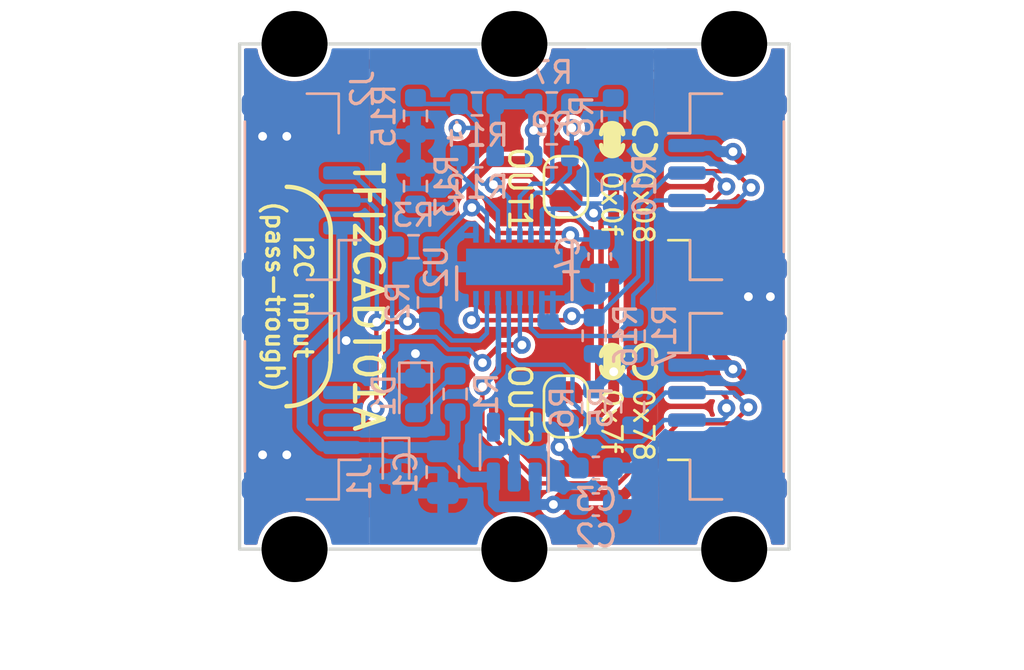
<source format=kicad_pcb>
(kicad_pcb (version 20221232) (generator pcbnew)
  (title_block (title "NAME") (date "%d. %m. %Y") (rev "REV") (company "Mlab www.mlab.cz") (comment 1 "VERSION") (comment 2 "Short description\\nTwo lines are maximum") (comment 3 "nickname <email@example.com>"))
  (layers (0 "F.Cu" jumper) (31 "B.Cu" signal) (36 "B.SilkS" user "B.Silkscreen") (37 "F.SilkS" user "F.Silkscreen") (38 "B.Mask" user) (39 "F.Mask" user) (44 "Edge.Cuts" user))
  (net 0 "")
  (net 1 "GND")
  (net 2 "+3V3")
  (net 3 "+5V")
  (net 4 "/SDAin")
  (net 5 "/SCLin")
  (net 6 "Net-(D1-A)")
  (net 7 "/SCLout1")
  (net 8 "/SDAout1")
  (net 9 "/SCLout2")
  (net 10 "/SDAout2")
  (net 11 "/XORL1")
  (net 12 "/XORL2")
  (net 13 "/XORH1")
  (net 14 "/XORH2")
  (footprint "Mlab_Mechanical:dira_3mm" (layer "F.Cu") (at 2.5 0)
    (fp_text reference "M3" hide)
    (fp_text value "HOLE" hide)
    (pad "" np_thru_hole circle locked (at 0 0) (size 3 3) (drill 3) (layers *.Mask))
  )
  (footprint "Mlab_Mechanical:dira_3mm" (layer "F.Cu") (at 2.5 -23)
    (fp_text reference "M4" hide)
    (fp_text value "HOLE" hide)
    (pad "" np_thru_hole circle locked (at 0 0) (size 3 3) (drill 3) (layers *.Mask))
  )
  (footprint "Mlab_Mechanical:dira_3mm" (layer "F.Cu") (at 22.5 -23)
    (fp_text reference "M5" hide)
    (fp_text value "HOLE" hide)
    (pad "" np_thru_hole circle locked (at 0 0) (size 3 3) (drill 3) (layers *.Mask))
  )
  (footprint "Jumper:SolderJumper-2_P1.3mm_Open_RoundedPad1.0x1.5mm" (layer "F.Cu") (at 14.846 -6.494 -90)
    (fp_text reference "JP1" hide)
    (fp_text value "SolderJumper_2_Open")
    (pad "1" smd custom (at -0.65 0 270) (size 1 0.5) (layers "F.Cu" "F.Mask") (net 11 "/XORL1") (options (clearance outline) (anchor rect)) (primitives (gr_circle (center 0 0.25) (end 0.5 0.25) (width 0) (fill yes)) (gr_circle (center 0 -0.25) (end 0.5 -0.25) (width 0) (fill yes)) (gr_poly (pts (xy 0.5 0.75) (xy 0 0.75) (xy 0 -0.75) (xy 0.5 -0.75)) (width 0) (fill yes))))
    (pad "2" smd custom (at 0.65 0 270) (size 1 0.5) (layers "F.Cu" "F.Mask") (net 2 "+3V3") (options (clearance outline) (anchor rect)) (primitives (gr_circle (center 0 0.25) (end 0.5 0.25) (width 0) (fill yes)) (gr_circle (center 0 -0.25) (end 0.5 -0.25) (width 0) (fill yes)) (gr_poly (pts (xy 0 0.75) (xy -0.5 0.75) (xy -0.5 -0.75) (xy 0 -0.75)) (width 0) (fill yes))))
  )
  (footprint "Jumper:SolderJumper-2_P1.3mm_Open_RoundedPad1.0x1.5mm" (layer "F.Cu") (at 14.846 -16.494 90)
    (fp_text reference "JP2" hide)
    (fp_text value "SolderJumper_2_Open")
    (pad "1" smd custom (at -0.65 0 90) (size 1 0.5) (layers "F.Cu" "F.Mask") (net 12 "/XORL2") (options (clearance outline) (anchor rect)) (primitives (gr_circle (center 0 0.25) (end 0.5 0.25) (width 0) (fill yes)) (gr_circle (center 0 -0.25) (end 0.5 -0.25) (width 0) (fill yes)) (gr_poly (pts (xy 0.5 0.75) (xy 0 0.75) (xy 0 -0.75) (xy 0.5 -0.75)) (width 0) (fill yes))))
    (pad "2" smd custom (at 0.65 0 90) (size 1 0.5) (layers "F.Cu" "F.Mask") (net 2 "+3V3") (options (clearance outline) (anchor rect)) (primitives (gr_circle (center 0 0.25) (end 0.5 0.25) (width 0) (fill yes)) (gr_circle (center 0 -0.25) (end 0.5 -0.25) (width 0) (fill yes)) (gr_poly (pts (xy 0 0.75) (xy -0.5 0.75) (xy -0.5 -0.75) (xy 0 -0.75)) (width 0) (fill yes))))
  )
  (footprint "Mlab_Mechanical:dira_3mm" (layer "F.Cu") (at 12.5 -23)
    (fp_text reference "M2" hide)
    (fp_text value "HOLE" hide)
    (pad "" np_thru_hole circle locked (at 0 0) (size 3 3) (drill 3) (layers *.Mask))
  )
  (footprint "Mlab_Mechanical:dira_3mm" (layer "F.Cu") (at 22.5 0)
    (fp_text reference "M6" hide)
    (fp_text value "HOLE" hide)
    (pad "" np_thru_hole circle locked (at 0 0) (size 3 3) (drill 3) (layers *.Mask))
  )
  (footprint "Connector_JST:JST_GH_SM04B-GHS-TB_1x04-1MP_P1.25mm_Horizontal" (layer "F.Cu") (at 22.2 -16.5 90)
    (fp_text reference "J6" hide)
    (fp_text value "SM04B-GHS-TB")
    (pad "1" smd roundrect (at -1.875 -1.85 90) (size 0.6 1.7) (layers "F.Cu" "F.Paste" "F.Mask") (net 3 "+5V"))
    (pad "2" smd roundrect (at -0.625 -1.85 90) (size 0.6 1.7) (layers "F.Cu" "F.Paste" "F.Mask") (net 9 "/SCLout2"))
    (pad "3" smd roundrect (at 0.625 -1.85 90) (size 0.6 1.7) (layers "F.Cu" "F.Paste" "F.Mask") (net 10 "/SDAout2"))
    (pad "4" smd roundrect (at 1.875 -1.85 90) (size 0.6 1.7) (layers "F.Cu" "F.Paste" "F.Mask") (net 1 "GND"))
    (pad "MP" smd roundrect (at -3.725 1.35 90) (size 1 2.7) (layers "F.Cu" "F.Paste" "F.Mask") (net 1 "GND"))
    (pad "MP" smd roundrect (at 3.725 1.35 90) (size 1 2.7) (layers "F.Cu" "F.Paste" "F.Mask") (net 1 "GND"))
  )
  (footprint "Mlab_Mechanical:dira_3mm" (layer "F.Cu") (at 12.5 0)
    (fp_text reference "M1" hide)
    (fp_text value "HOLE" hide)
    (pad "" np_thru_hole circle locked (at 0 0) (size 3 3) (drill 3) (layers *.Mask))
  )
  (footprint "Connector_JST:JST_GH_SM04B-GHS-TB_1x04-1MP_P1.25mm_Horizontal" (layer "F.Cu") (at 22.2 -6.5 90)
    (fp_text reference "J4" hide)
    (fp_text value "SM04B-GHS-TB" hide)
    (pad "1" smd roundrect locked (at -1.875 -1.85 90) (size 0.6 1.7) (layers "F.Cu" "F.Paste" "F.Mask") (net 3 "+5V"))
    (pad "2" smd roundrect locked (at -0.625 -1.85 90) (size 0.6 1.7) (layers "F.Cu" "F.Paste" "F.Mask") (net 7 "/SCLout1"))
    (pad "3" smd roundrect locked (at 0.625 -1.85 90) (size 0.6 1.7) (layers "F.Cu" "F.Paste" "F.Mask") (net 8 "/SDAout1"))
    (pad "4" smd roundrect locked (at 1.875 -1.85 90) (size 0.6 1.7) (layers "F.Cu" "F.Paste" "F.Mask") (net 1 "GND"))
    (pad "MP" smd roundrect locked (at -3.725 1.35 90) (size 1 2.7) (layers "F.Cu" "F.Paste" "F.Mask") (net 1 "GND"))
    (pad "MP" smd roundrect locked (at 3.725 1.35 90) (size 1 2.7) (layers "F.Cu" "F.Paste" "F.Mask") (net 1 "GND"))
  )
  (footprint "Resistor_SMD:R_0603_1608Metric" (layer "B.Cu") (at 14.2 -20.2692 180)
    (fp_text reference "R7" (at 0 1.43) (layer "B.SilkS") (effects (justify mirror)))
    (fp_text value "-")
    (pad "1" smd roundrect (at -0.825 0 180) (size 0.8 0.95) (layers "B.Cu" "B.Paste" "B.Mask") (net 13 "/XORH1"))
    (pad "2" smd roundrect (at 0.825 0 180) (size 0.8 0.95) (layers "B.Cu" "B.Paste" "B.Mask") (net 2 "+3V3"))
  )
  (footprint "LED_SMD:LED_0603_1608Metric" (layer "B.Cu") (at 8 -7 -90)
    (fp_text reference "D1" (at 0 1.43 90) (layer "B.SilkS") (effects (justify mirror)))
    (fp_text value "LED GREEN")
    (pad "1" smd roundrect (at -0.7875 0 270) (size 0.875 0.95) (layers "B.Cu" "B.Paste" "B.Mask") (net 1 "GND"))
    (pad "2" smd roundrect (at 0.7875 0 270) (size 0.875 0.95) (layers "B.Cu" "B.Paste" "B.Mask") (net 6 "Net-(D1-A)"))
  )
  (footprint "Capacitor_SMD:C_0603_1608Metric" (layer "B.Cu") (at 16.2052 -2.032)
    (fp_text reference "C2" (at 0 1.43) (layer "B.SilkS") (effects (justify mirror)))
    (fp_text value "100nF")
    (pad "1" smd roundrect (at -0.775 0) (size 0.9 0.95) (layers "B.Cu" "B.Paste" "B.Mask") (net 3 "+5V"))
    (pad "2" smd roundrect (at 0.775 0) (size 0.9 0.95) (layers "B.Cu" "B.Paste" "B.Mask") (net 1 "GND"))
  )
  (footprint "Diode_SMD:D_SOD-523" (layer "B.Cu") (at 7.112 -3.9116 -90)
    (fp_text reference "D2" hide)
    (fp_text value "BZX585-B5V6.115" hide)
    (pad "1" smd rect locked (at -0.7 0 90) (size 0.6 0.7) (layers "B.Cu" "B.Paste" "B.Mask") (net 3 "+5V"))
    (pad "2" smd rect locked (at 0.7 0 90) (size 0.6 0.7) (layers "B.Cu" "B.Paste" "B.Mask") (net 1 "GND"))
  )
  (footprint "Resistor_SMD:R_0603_1608Metric" (layer "B.Cu") (at 17.8816 -6.4638 -90)
    (fp_text reference "R5" (at 0 1.43 90) (layer "B.SilkS") (effects (justify mirror)))
    (fp_text value "10k")
    (pad "1" smd roundrect (at -0.825 0 270) (size 0.8 0.95) (layers "B.Cu" "B.Paste" "B.Mask") (net 2 "+3V3"))
    (pad "2" smd roundrect (at 0.825 0 270) (size 0.8 0.95) (layers "B.Cu" "B.Paste" "B.Mask") (net 7 "/SCLout1"))
  )
  (footprint "Resistor_SMD:R_0603_1608Metric" (layer "B.Cu") (at 16.129 -9.715 90)
    (fp_text reference "R16" (at 0 1.43 90) (layer "B.SilkS") (effects (justify mirror)))
    (fp_text value "10k")
    (pad "1" smd roundrect (at -0.825 0 90) (size 0.8 0.95) (layers "B.Cu" "B.Paste" "B.Mask") (net 2 "+3V3"))
    (pad "2" smd roundrect (at 0.825 0 90) (size 0.8 0.95) (layers "B.Cu" "B.Paste" "B.Mask") (net 9 "/SCLout2"))
  )
  (footprint "Capacitor_SMD:C_0603_1608Metric" (layer "B.Cu") (at 16.2052 -3.694)
    (fp_text reference "C3" (at 0 1.43) (layer "B.SilkS") (effects (justify mirror)))
    (fp_text value "1uF")
    (pad "1" smd roundrect (at -0.775 0) (size 0.9 0.95) (layers "B.Cu" "B.Paste" "B.Mask") (net 2 "+3V3"))
    (pad "2" smd roundrect (at 0.775 0) (size 0.9 0.95) (layers "B.Cu" "B.Paste" "B.Mask") (net 1 "GND"))
  )
  (footprint "Resistor_SMD:R_0603_1608Metric" (layer "B.Cu") (at 8 -19.7226 -90)
    (fp_text reference "R15" (at 0 1.43 90) (layer "B.SilkS") (effects (justify mirror)))
    (fp_text value "1M")
    (pad "1" smd roundrect (at -0.825 0 270) (size 0.8 0.95) (layers "B.Cu" "B.Paste" "B.Mask") (net 12 "/XORL2"))
    (pad "2" smd roundrect (at 0.825 0 270) (size 0.8 0.95) (layers "B.Cu" "B.Paste" "B.Mask") (net 1 "GND"))
  )
  (footprint "Resistor_SMD:R_0603_1608Metric" (layer "B.Cu") (at 10.8 -17.907)
    (fp_text reference "R12" (at 0 1.43) (layer "B.SilkS") (effects (justify mirror)))
    (fp_text value "1M")
    (pad "1" smd roundrect (at -0.825 0) (size 0.8 0.95) (layers "B.Cu" "B.Paste" "B.Mask") (net 14 "/XORH2"))
    (pad "2" smd roundrect (at 0.825 0) (size 0.8 0.95) (layers "B.Cu" "B.Paste" "B.Mask") (net 2 "+3V3"))
  )
  (footprint "Connector_JST:JST_GH_SM04B-GHS-TB_1x04-1MP_P1.25mm_Horizontal" (layer "B.Cu") (at 22.2 -16.5 -90)
    (fp_text reference "J5" hide)
    (fp_text value "SM04B-GHS-TB")
    (pad "1" smd roundrect (at -1.875 1.85 270) (size 0.6 1.7) (layers "B.Cu" "B.Paste" "B.Mask") (net 3 "+5V"))
    (pad "2" smd roundrect (at -0.625 1.85 270) (size 0.6 1.7) (layers "B.Cu" "B.Paste" "B.Mask") (net 9 "/SCLout2"))
    (pad "3" smd roundrect (at 0.625 1.85 270) (size 0.6 1.7) (layers "B.Cu" "B.Paste" "B.Mask") (net 10 "/SDAout2"))
    (pad "4" smd roundrect (at 1.875 1.85 270) (size 0.6 1.7) (layers "B.Cu" "B.Paste" "B.Mask") (net 1 "GND"))
    (pad "MP" smd roundrect (at -3.725 -1.35 270) (size 1 2.7) (layers "B.Cu" "B.Paste" "B.Mask") (net 1 "GND"))
    (pad "MP" smd roundrect (at 3.725 -1.35 270) (size 1 2.7) (layers "B.Cu" "B.Paste" "B.Mask") (net 1 "GND"))
  )
  (footprint "Resistor_SMD:R_0603_1608Metric" (layer "B.Cu") (at 17 -19.7104 -90)
    (fp_text reference "R8" (at 0 1.43 90) (layer "B.SilkS") (effects (justify mirror)))
    (fp_text value "180R")
    (pad "1" smd roundrect (at -0.825 0 270) (size 0.8 0.95) (layers "B.Cu" "B.Paste" "B.Mask") (net 13 "/XORH1"))
    (pad "2" smd roundrect (at 0.825 0 270) (size 0.8 0.95) (layers "B.Cu" "B.Paste" "B.Mask") (net 1 "GND"))
  )
  (footprint "Connector_JST:JST_GH_SM04B-GHS-TB_1x04-1MP_P1.25mm_Horizontal" (layer "B.Cu") (at 2.8 -6.5 90)
    (fp_text reference "J1" (at -3.436 2.661 90) (layer "B.SilkS") (effects (justify mirror)))
    (fp_text value "SM04B-GHS-TB" hide)
    (pad "1" smd roundrect locked (at -1.875 1.85 90) (size 0.6 1.7) (layers "B.Cu" "B.Paste" "B.Mask") (net 3 "+5V"))
    (pad "2" smd roundrect locked (at -0.625 1.85 90) (size 0.6 1.7) (layers "B.Cu" "B.Paste" "B.Mask") (net 5 "/SCLin"))
    (pad "3" smd roundrect locked (at 0.625 1.85 90) (size 0.6 1.7) (layers "B.Cu" "B.Paste" "B.Mask") (net 4 "/SDAin"))
    (pad "4" smd roundrect locked (at 1.875 1.85 90) (size 0.6 1.7) (layers "B.Cu" "B.Paste" "B.Mask") (net 1 "GND"))
    (pad "MP" smd roundrect locked (at -3.725 -1.35 90) (size 1 2.7) (layers "B.Cu" "B.Paste" "B.Mask") (net 1 "GND"))
    (pad "MP" smd roundrect locked (at 3.725 -1.35 90) (size 1 2.7) (layers "B.Cu" "B.Paste" "B.Mask") (net 1 "GND"))
  )
  (footprint "Resistor_SMD:R_0603_1608Metric" (layer "B.Cu") (at 10.8 -20.2692)
    (fp_text reference "R14" (at 0 1.43) (layer "B.SilkS") (effects (justify mirror)))
    (fp_text value "887k")
    (pad "1" smd roundrect (at -0.825 0) (size 0.8 0.95) (layers "B.Cu" "B.Paste" "B.Mask") (net 12 "/XORL2"))
    (pad "2" smd roundrect (at 0.825 0) (size 0.8 0.95) (layers "B.Cu" "B.Paste" "B.Mask") (net 2 "+3V3"))
  )
  (footprint "Package_TO_SOT_SMD:SOT-23-5" (layer "B.Cu") (at 12.4968 -4.4196 90)
    (fp_text reference "U1" hide)
    (fp_text value "MIC5504-3.3YM5" hide)
    (pad "1" smd roundrect locked (at -1.1375 0.95 90) (size 1.325 0.6) (layers "B.Cu" "B.Paste" "B.Mask") (net 3 "+5V"))
    (pad "2" smd roundrect locked (at -1.1375 0 90) (size 1.325 0.6) (layers "B.Cu" "B.Paste" "B.Mask") (net 1 "GND"))
    (pad "3" smd roundrect locked (at -1.1375 -0.95 90) (size 1.325 0.6) (layers "B.Cu" "B.Paste" "B.Mask") (net 3 "+5V"))
    (pad "4" smd roundrect locked (at 1.1375 -0.95 90) (size 1.325 0.6) (layers "B.Cu" "B.Paste" "B.Mask"))
    (pad "5" smd roundrect locked (at 1.1375 0.95 90) (size 1.325 0.6) (layers "B.Cu" "B.Paste" "B.Mask") (net 2 "+3V3"))
  )
  (footprint "Resistor_SMD:R_0603_1608Metric" (layer "B.Cu") (at 8 -16.5222 90)
    (fp_text reference "R13" (at 0 1.43 90) (layer "B.SilkS") (effects (justify mirror)))
    (fp_text value "887k")
    (pad "1" smd roundrect (at -0.825 0 90) (size 0.8 0.95) (layers "B.Cu" "B.Paste" "B.Mask") (net 14 "/XORH2"))
    (pad "2" smd roundrect (at 0.825 0 90) (size 0.8 0.95) (layers "B.Cu" "B.Paste" "B.Mask") (net 1 "GND"))
  )
  (footprint "Resistor_SMD:R_0603_1608Metric" (layer "B.Cu") (at 9.8044 -7.0612 90)
    (fp_text reference "R1" (at 0 1.43 90) (layer "B.SilkS") (effects (justify mirror)))
    (fp_text value "180R")
    (pad "1" smd roundrect (at -0.825 0 90) (size 0.8 0.95) (layers "B.Cu" "B.Paste" "B.Mask") (net 3 "+5V"))
    (pad "2" smd roundrect (at 0.825 0 90) (size 0.8 0.95) (layers "B.Cu" "B.Paste" "B.Mask") (net 6 "Net-(D1-A)"))
  )
  (footprint "Resistor_SMD:R_0603_1608Metric" (layer "B.Cu") (at 16.1036 -6.4394 -90)
    (fp_text reference "R6" (at 0 1.43 90) (layer "B.SilkS") (effects (justify mirror)))
    (fp_text value "10k")
    (pad "1" smd roundrect (at -0.825 0 270) (size 0.8 0.95) (layers "B.Cu" "B.Paste" "B.Mask") (net 2 "+3V3"))
    (pad "2" smd roundrect (at 0.825 0 270) (size 0.8 0.95) (layers "B.Cu" "B.Paste" "B.Mask") (net 8 "/SDAout1"))
  )
  (footprint "Resistor_SMD:R_0603_1608Metric" (layer "B.Cu") (at 8.636 -11.2268 -90)
    (fp_text reference "R2" (at 0 1.43 90) (layer "B.SilkS") (effects (justify mirror)))
    (fp_text value "10k")
    (pad "1" smd roundrect (at -0.825 0 270) (size 0.8 0.95) (layers "B.Cu" "B.Paste" "B.Mask") (net 2 "+3V3"))
    (pad "2" smd roundrect (at 0.825 0 270) (size 0.8 0.95) (layers "B.Cu" "B.Paste" "B.Mask") (net 5 "/SCLin"))
  )
  (footprint "Resistor_SMD:R_0603_1608Metric" (layer "B.Cu") (at 14.2 -17.907 180)
    (fp_text reference "R9" (at 0 1.43) (layer "B.SilkS") (effects (justify mirror)))
    (fp_text value "887k")
    (pad "1" smd roundrect (at -0.825 0 180) (size 0.8 0.95) (layers "B.Cu" "B.Paste" "B.Mask") (net 11 "/XORL1"))
    (pad "2" smd roundrect (at 0.825 0 180) (size 0.8 0.95) (layers "B.Cu" "B.Paste" "B.Mask") (net 2 "+3V3"))
  )
  (footprint "Resistor_SMD:R_0603_1608Metric" (layer "B.Cu") (at 7.9126 -13.7668 180)
    (fp_text reference "R3" (at 0 1.43) (layer "B.SilkS") (effects (justify mirror)))
    (fp_text value "10k")
    (pad "1" smd roundrect (at -0.825 0 180) (size 0.8 0.95) (layers "B.Cu" "B.Paste" "B.Mask") (net 2 "+3V3"))
    (pad "2" smd roundrect (at 0.825 0 180) (size 0.8 0.95) (layers "B.Cu" "B.Paste" "B.Mask") (net 4 "/SDAin"))
  )
  (footprint "Resistor_SMD:R_0603_1608Metric" (layer "B.Cu") (at 17.907 -9.715 90)
    (fp_text reference "R17" (at 0 1.43 90) (layer "B.SilkS") (effects (justify mirror)))
    (fp_text value "10k")
    (pad "1" smd roundrect (at -0.825 0 90) (size 0.8 0.95) (layers "B.Cu" "B.Paste" "B.Mask") (net 2 "+3V3"))
    (pad "2" smd roundrect (at 0.825 0 90) (size 0.8 0.95) (layers "B.Cu" "B.Paste" "B.Mask") (net 10 "/SDAout2"))
  )
  (footprint "Connector_JST:JST_GH_SM04B-GHS-TB_1x04-1MP_P1.25mm_Horizontal" (layer "B.Cu") (at 22.2 -6.5 -90)
    (fp_text reference "J3" hide)
    (fp_text value "SM04B-GHS-TB" hide)
    (pad "1" smd roundrect locked (at -1.875 1.85 270) (size 0.6 1.7) (layers "B.Cu" "B.Paste" "B.Mask") (net 3 "+5V"))
    (pad "2" smd roundrect locked (at -0.625 1.85 270) (size 0.6 1.7) (layers "B.Cu" "B.Paste" "B.Mask") (net 7 "/SCLout1"))
    (pad "3" smd roundrect locked (at 0.625 1.85 270) (size 0.6 1.7) (layers "B.Cu" "B.Paste" "B.Mask") (net 8 "/SDAout1"))
    (pad "4" smd roundrect locked (at 1.875 1.85 270) (size 0.6 1.7) (layers "B.Cu" "B.Paste" "B.Mask") (net 1 "GND"))
    (pad "MP" smd roundrect locked (at -3.725 -1.35 270) (size 1 2.7) (layers "B.Cu" "B.Paste" "B.Mask") (net 1 "GND"))
    (pad "MP" smd roundrect locked (at 3.725 -1.35 270) (size 1 2.7) (layers "B.Cu" "B.Paste" "B.Mask") (net 1 "GND"))
  )
  (footprint "Connector_JST:JST_GH_SM04B-GHS-TB_1x04-1MP_P1.25mm_Horizontal" (layer "B.Cu") (at 2.8 -16.5 90)
    (fp_text reference "J2" (at 4.452 2.788 90) (layer "B.SilkS") (effects (justify mirror)))
    (fp_text value "SM04B-GHS-TB" hide)
    (pad "1" smd roundrect locked (at -1.875 1.85 90) (size 0.6 1.7) (layers "B.Cu" "B.Paste" "B.Mask") (net 3 "+5V"))
    (pad "2" smd roundrect locked (at -0.625 1.85 90) (size 0.6 1.7) (layers "B.Cu" "B.Paste" "B.Mask") (net 5 "/SCLin"))
    (pad "3" smd roundrect locked (at 0.625 1.85 90) (size 0.6 1.7) (layers "B.Cu" "B.Paste" "B.Mask") (net 4 "/SDAin"))
    (pad "4" smd roundrect locked (at 1.875 1.85 90) (size 0.6 1.7) (layers "B.Cu" "B.Paste" "B.Mask") (net 1 "GND"))
    (pad "MP" smd roundrect locked (at -3.725 -1.35 90) (size 1 2.7) (layers "B.Cu" "B.Paste" "B.Mask") (net 1 "GND"))
    (pad "MP" smd roundrect locked (at 3.725 -1.35 90) (size 1 2.7) (layers "B.Cu" "B.Paste" "B.Mask") (net 1 "GND"))
  )
  (footprint "Package_DFN_QFN:DFN-16-1EP_3x5mm_P0.5mm_EP1.66x4.4mm" (layer "B.Cu") (at 12.5 -12.8524 -90)
    (fp_text reference "U2" (at 0 3.55 90) (layer "B.SilkS") (effects (justify mirror)))
    (fp_text value "LTC4317")
    (pad "1" smd rect (at -1.425 1.75 270) (size 0.65 0.25) (layers "B.Cu" "B.Paste" "B.Mask") (net 1 "GND"))
    (pad "2" smd rect (at -1.425 1.25 270) (size 0.65 0.25) (layers "B.Cu" "B.Paste" "B.Mask") (net 2 "+3V3"))
    (pad "3" smd rect (at -1.425 0.75 270) (size 0.65 0.25) (layers "B.Cu" "B.Paste" "B.Mask") (net 14 "/XORH2"))
    (pad "4" smd rect (at -1.425 0.25 270) (size 0.65 0.25) (layers "B.Cu" "B.Paste" "B.Mask") (net 12 "/XORL2"))
    (pad "5" smd rect (at -1.425 -0.25 270) (size 0.65 0.25) (layers "B.Cu" "B.Paste" "B.Mask") (net 13 "/XORH1"))
    (pad "6" smd rect (at -1.425 -0.75 270) (size 0.65 0.25) (layers "B.Cu" "B.Paste" "B.Mask") (net 11 "/XORL1"))
    (pad "7" smd rect (at -1.425 -1.25 270) (size 0.65 0.25) (layers "B.Cu" "B.Paste" "B.Mask") (net 2 "+3V3"))
    (pad "8" smd rect (at -1.425 -1.75 270) (size 0.65 0.25) (layers "B.Cu" "B.Paste" "B.Mask") (net 2 "+3V3"))
    (pad "9" smd rect (at 1.425 -1.75 270) (size 0.65 0.25) (layers "B.Cu" "B.Paste" "B.Mask") (net 1 "GND"))
    (pad "10" smd rect (at 1.425 -1.25 270) (size 0.65 0.25) (layers "B.Cu" "B.Paste" "B.Mask") (net 1 "GND"))
    (pad "11" smd rect (at 1.425 -0.75 270) (size 0.65 0.25) (layers "B.Cu" "B.Paste" "B.Mask") (net 10 "/SDAout2"))
    (pad "12" smd rect (at 1.425 -0.25 270) (size 0.65 0.25) (layers "B.Cu" "B.Paste" "B.Mask") (net 4 "/SDAin"))
    (pad "13" smd rect (at 1.425 0.25 270) (size 0.65 0.25) (layers "B.Cu" "B.Paste" "B.Mask") (net 8 "/SDAout1"))
    (pad "14" smd rect (at 1.425 0.75 270) (size 0.65 0.25) (layers "B.Cu" "B.Paste" "B.Mask") (net 7 "/SCLout1"))
    (pad "15" smd rect (at 1.425 1.25 270) (size 0.65 0.25) (layers "B.Cu" "B.Paste" "B.Mask") (net 5 "/SCLin"))
    (pad "16" smd rect (at 1.425 1.75 270) (size 0.65 0.25) (layers "B.Cu" "B.Paste" "B.Mask") (net 9 "/SCLout2"))
    (pad "17" smd rect (at 0 0 270) (size 1.66 4.4) (layers "B.Cu" "B.Mask") (net 1 "GND"))
  )
  (footprint "Capacitor_SMD:C_0805_2012Metric" (layer "B.Cu") (at 9.2456 -3.5052 -90)
    (fp_text reference "C1" (at 0 1.68 90) (layer "B.SilkS") (effects (justify mirror)))
    (fp_text value "10uF")
    (pad "1" smd roundrect (at -0.95 0 270) (size 1 1.45) (layers "B.Cu" "B.Paste" "B.Mask") (net 3 "+5V"))
    (pad "2" smd roundrect (at 0.95 0 270) (size 1 1.45) (layers "B.Cu" "B.Paste" "B.Mask") (net 1 "GND"))
  )
  (footprint "Resistor_SMD:R_0603_1608Metric" (layer "B.Cu") (at 17 -16.5608 90)
    (fp_text reference "R10" (at 0 1.43 90) (layer "B.SilkS") (effects (justify mirror)))
    (fp_text value "1M")
    (pad "1" smd roundrect (at -0.825 0 90) (size 0.8 0.95) (layers "B.Cu" "B.Paste" "B.Mask") (net 11 "/XORL1"))
    (pad "2" smd roundrect (at 0.825 0 90) (size 0.8 0.95) (layers "B.Cu" "B.Paste" "B.Mask") (net 1 "GND"))
  )
  (footprint "Capacitor_SMD:C_0603_1608Metric" (layer "B.Cu") (at 16.383 -13.322 -90)
    (fp_text reference "C4" (at 0 1.43 90) (layer "B.SilkS") (effects (justify mirror)))
    (fp_text value "100nF")
    (pad "1" smd roundrect (at -0.775 0 270) (size 0.9 0.95) (layers "B.Cu" "B.Paste" "B.Mask") (net 2 "+3V3"))
    (pad "2" smd roundrect (at 0.775 0 270) (size 0.9 0.95) (layers "B.Cu" "B.Paste" "B.Mask") (net 1 "GND"))
  )
  (gr_rect (start 16.646 -9.194) (end 17.246 -7.894) (stroke (width 0.2)) (fill solid) (layer "F.SilkS"))
  (gr_arc (start 17.446 -18.394) (mid 16.946 -17.894) (end 16.446 -18.394) (stroke (width 0.2)) (layer "F.SilkS"))
  (gr_arc (start 2.146001 -16.494) (mid 3.560215 -15.908214) (end 4.146001 -14.494) (stroke (width 0.2)) (layer "F.SilkS"))
  (gr_arc (start 17.946 -18.894) (mid 18.446 -19.394) (end 18.946 -18.894) (stroke (width 0.2)) (layer "F.SilkS"))
  (gr_arc (start 16.446 -8.794) (mid 16.946 -9.294) (end 17.446 -8.794) (stroke (width 0.2)) (layer "F.SilkS"))
  (gr_arc (start 17.946 -8.794) (mid 18.446 -9.294) (end 18.946 -8.794) (stroke (width 0.2)) (layer "F.SilkS"))
  (gr_arc (start 18.946 -8.294) (mid 18.446 -7.794) (end 17.946 -8.294) (stroke (width 0.2)) (layer "F.SilkS"))
  (gr_line (start 4.146 -8.508214) (end 4.146001 -14.479787) (stroke (width 0.2)) (layer "F.SilkS"))
  (gr_arc (start 16.446 -18.894) (mid 16.946 -19.394) (end 17.446 -18.894) (stroke (width 0.2)) (layer "F.SilkS"))
  (gr_arc (start 17.446 -8.294) (mid 16.946 -7.794) (end 16.446 -8.294) (stroke (width 0.2)) (layer "F.SilkS"))
  (gr_rect (start 16.646 -19.294) (end 17.246 -17.994) (stroke (width 0.2)) (fill solid) (layer "F.SilkS"))
  (gr_arc (start 18.946 -18.394) (mid 18.446 -17.894) (end 17.946 -18.394) (stroke (width 0.2)) (layer "F.SilkS"))
  (gr_arc (start 4.131786 -8.508213) (mid 3.546 -7.093999) (end 2.131786 -6.508213) (stroke (width 0.2)) (layer "F.SilkS"))
  (gr_line (start 0 -23) (end 25 -23) (stroke (width 0.15)) (layer "Edge.Cuts"))
  (gr_line locked (start 25 -23) (end 25 0) (stroke (width 0.15)) (layer "Edge.Cuts"))
  (gr_line locked (start 0 -23) (end 0 0) (stroke (width 0.15)) (layer "Edge.Cuts"))
  (gr_line locked (start 0 0) (end 25 0) (stroke (width 0.15)) (layer "Edge.Cuts"))
  (gr_text "2022" (at 17.6 -22.1 180) (layer "F.Cu") (effects (font (size 0.7 0.68) (thickness 0.17) bold)))
  (gr_text "thunderfly.cz" (at 7.6 -22.1 180) (layer "F.Cu") (effects (font (size 0.7 0.68) (thickness 0.17) bold)))
  (gr_text "TFI2CADT01A" (at 7.5 -0.8) (layer "F.Cu") (effects (font (size 0.6 0.6) (thickness 0.15) bold)))
  (gr_text "OUT1" (at 12.746 -16.394 270) (layer "F.SilkS") (effects (font (size 1 1))))
  (gr_text "I2C input\n(pass-trough)" (at 2.246 -11.494 270) (layer "F.SilkS") (effects (font (size 0.8 0.8) (thickness 0.15) bold)))
  (gr_text "0x78\n0x7f" (at 17.646 -7.394 270) (layer "F.SilkS") (effects (font (size 0.9 0.9) (thickness 0.13)) (justify left)))
  (gr_text "OUT2\n" (at 12.746 -6.494 270) (layer "F.SilkS") (effects (font (size 1 1))))
  (gr_text "TFI2CADT01A" (at 5.846 -11.494 270) (layer "F.SilkS") (effects (font (size 1.3 1.3) (thickness 0.2))))
  (gr_text "0x08\n0x0f" (at 17.646 -17.294 270) (layer "F.SilkS") (effects (font (size 0.9 0.9) (thickness 0.13)) (justify left)))
  (via (at 2.146 -18.794) (size 0.8) (drill 0.4) (layers "F.Cu" "B.Cu") (net 1))
  (via (at 2.146 -4.294) (size 0.8) (drill 0.4) (layers "F.Cu" "B.Cu") (net 1))
  (via (at 4.846 -9.494) (size 0.8) (drill 0.4) (layers "F.Cu" "B.Cu") (net 1))
  (via (at 1.046 -4.294) (size 0.8) (drill 0.4) (layers "F.Cu" "B.Cu") (net 1))
  (via (at 1.046 -18.794) (size 0.8) (drill 0.4) (layers "F.Cu" "B.Cu") (net 1))
  (via (at 8 -8.9) (size 0.8) (drill 0.4) (layers "F.Cu" "B.Cu") (net 1))
  (via (at 23.146 -11.494) (size 0.8) (drill 0.4) (layers "F.Cu" "B.Cu") (net 1))
  (via (at 24.146 -11.494) (size 0.8) (drill 0.4) (layers "F.Cu" "B.Cu") (net 1))
  (segment (start 10.4 -14.8) (end 10.1 -14.5) (width 0.25) (layer "B.Cu") (net 1))
  (segment (start 14.2 -10.3) (end 14.25 -10.35) (width 0.25) (layer "B.Cu") (net 1))
  (segment (start 10.7 -14.8) (end 10.4 -14.8) (width 0.25) (layer "B.Cu") (net 1))
  (segment (start 10.75 -14.2774) (end 10.75 -14.75) (width 0.25) (layer "B.Cu") (net 1))
  (segment (start 8 -7.7875) (end 7.7395 -7.7875) (width 0.25) (layer "B.Cu") (net 1))
  (segment (start 14.25 -10.35) (end 14.25 -11.4274) (width 0.25) (layer "B.Cu") (net 1))
  (segment (start 13.75 -11.4274) (end 13.75 -10.35) (width 0.25) (layer "B.Cu") (net 1))
  (segment (start 10.75 -14.75) (end 10.7 -14.8) (width 0.25) (layer "B.Cu") (net 1))
  (segment (start 13.75 -10.35) (end 13.8 -10.3) (width 0.25) (layer "B.Cu") (net 1))
  (segment (start 13.8 -10.3) (end 14.2 -10.3) (width 0.25) (layer "B.Cu") (net 1))
  (segment (start 10.5664 -15.5448) (end 10.5156 -15.5448) (width 0.2) (layer "F.Cu") (net 2))
  (segment (start 10.5664 -16.815791) (end 11.394609 -17.644) (width 0.5) (layer "F.Cu") (net 2))
  (segment (start 17.018 -6.866) (end 15.996 -5.844) (width 0.5) (layer "F.Cu") (net 2))
  (segment (start 11.394609 -17.644) (end 13.496 -17.644) (width 0.5) (layer "F.Cu") (net 2))
  (segment (start 14.096 -17.144) (end 13.596 -17.644) (width 0.5) (layer "F.Cu") (net 2))
  (segment (start 15.996 -5.844) (end 14.846 -5.844) (width 0.5) (layer "F.Cu") (net 2))
  (segment (start 17.018 -14.478) (end 17.018 -16.422) (width 0.5) (layer "F.Cu") (net 2))
  (segment (start 13.375 -17.765) (end 13.496 -17.644) (width 0.5) (layer "F.Cu") (net 2))
  (segment (start 15.046 -14.394) (end 11.7172 -14.394) (width 0.2) (layer "F.Cu") (net 2))
  (segment (start 14.5477 -4.6417) (end 14.5477 -5.6069) (width 0.5) (layer "F.Cu") (net 2))
  (segment (start 17.018 -16.422) (end 16.296 -17.144) (width 0.5) (layer "F.Cu") (net 2))
  (segment (start 13.375 -19.065) (end 13.375 -17.765) (width 0.5) (layer "F.Cu") (net 2))
  (segment (start 17.018 -8.0772) (end 17.018 -6.866) (width 0.5) (layer "F.Cu") (net 2))
  (segment (start 14.846 -17.144) (end 14.096 -17.144) (width 0.5) (layer "F.Cu") (net 2))
  (segment (start 16.296 -17.144) (end 14.846 -17.144) (width 0.5) (layer "F.Cu") (net 2))
  (segment (start 17.018 -8.0772) (end 17.018 -14.478) (width 0.5) (layer "F.Cu") (net 2))
  (segment (start 10.5664 -15.5448) (end 10.5664 -16.815791) (width 0.5) (layer "F.Cu") (net 2))
  (segment (start 11.7172 -14.394) (end 10.5664 -15.5448) (width 0.2) (layer "F.Cu") (net 2))
  (segment (start 13.596 -17.644) (end 13.496 -17.644) (width 0.5) (layer "F.Cu") (net 2))
  (via (at 14.5477 -4.6417) (size 0.8) (drill 0.4) (layers "F.Cu" "B.Cu") (net 2))
  (via (at 13.375 -19.065) (size 0.8) (drill 0.4) (layers "F.Cu" "B.Cu") (net 2))
  (via (at 17.018 -8.0772) (size 0.8) (drill 0.4) (layers "F.Cu" "B.Cu") (net 2))
  (via (at 10.5664 -15.5448) (size 0.8) (drill 0.4) (layers "F.Cu" "B.Cu") (net 2))
  (via (at 15.046 -14.294) (size 0.8) (drill 0.4) (layers "F.Cu" "B.Cu") (net 2))
  (segment (start 15.343 -14.097) (end 15.046 -14.394) (width 0.2) (layer "B.Cu") (net 2))
  (segment (start 14.5477 -5.2643) (end 14.5477 -4.6417) (width 0.5) (layer "B.Cu") (net 2))
  (segment (start 13.4468 -5.5571) (end 14.2549 -5.5571) (width 0.5) (layer "B.Cu") (net 2))
  (segment (start 10.5156 -15.5448) (end 10.5664 -15.5448) (width 0.2) (layer "B.Cu") (net 2))
  (segment (start 11.625 -20.2692) (end 11.625 -17.907) (width 0.5) (layer "B.Cu") (net 2))
  (segment (start 14.2549 -5.5571) (end 14.5477 -5.2643) (width 0.5) (layer "B.Cu") (net 2))
  (segment (start 14.25 -15.4184) (end 14.3256 -15.494) (width 0.2) (layer "B.Cu") (net 2))
  (segment (start 16.9164 -8.0772) (end 16.1036 -7.2644) (width 0.5) (layer "B.Cu") (net 2))
  (segment (start 16.383 -14.097) (end 15.343 -14.097) (width 0.2) (layer "B.Cu") (net 2))
  (segment (start 15.4302 -3.7592) (end 14.5477 -4.6417) (width 0.5) (layer "B.Cu") (net 2))
  (segment (start 17.018 -8.0772) (end 16.9164 -8.0772) (width 0.5) (layer "B.Cu") (net 2))
  (segment (start 14.3256 -15.494) (end 14.986 -15.494) (width 0.2) (layer "B.Cu") (net 2))
  (segment (start 17.0932 -8.0772) (end 17.8816 -7.2888) (width 0.5) (layer "B.Cu") (net 2))
  (segment (start 13.8176 -15.494) (end 14.3256 -15.494) (width 0.2) (layer "B.Cu") (net 2))
  (segment (start 13.75 -15.09) (end 13.75 -15.4264) (width 0.2) (layer "B.Cu") (net 2))
  (segment (start 13.375 -20.2692) (end 11.625 -20.2692) (width 0.5) (layer "B.Cu") (net 2))
  (segment (start 13.375 -20.2692) (end 13.375 -19.065) (width 0.5) (layer "B.Cu") (net 2))
  (segment (start 13.375 -19.065) (end 13.375 -17.907) (width 0.5) (layer "B.Cu") (net 2))
  (segment (start 17.0942 -8.0772) (end 17.907 -8.89) (width 0.5) (layer "B.Cu") (net 2))
  (segment (start 17.018 -8.0772) (end 17.0932 -8.0772) (width 0.5) (layer "B.Cu") (net 2))
  (segment (start 13.75 -14.2774) (end 13.75 -15.09) (width 0.2) (layer "B.Cu") (net 2))
  (segment (start 16.9418 -8.0772) (end 16.129 -8.89) (width 0.5) (layer "B.Cu") (net 2))
  (segment (start 10.9728 -15.5448) (end 10.5664 -15.5448) (width 0.2) (layer "B.Cu") (net 2))
  (segment (start 8.7376 -13.7668) (end 10.5156 -15.5448) (width 0.2) (layer "B.Cu") (net 2))
  (segment (start 8.636 -12.0518) (end 8.636 -13.6652) (width 0.2) (layer "B.Cu") (net 2))
  (segment (start 17.018 -8.0772) (end 17.0942 -8.0772) (width 0.5) (layer "B.Cu") (net 2))
  (segment (start 8.636 -13.6652) (end 8.7376 -13.7668) (width 0.2) (layer "B.Cu") (net 2))
  (segment (start 13.75 -15.4264) (end 13.8176 -15.494) (width 0.2) (layer "B.Cu") (net 2))
  (segment (start 14.986 -15.494) (end 16.383 -14.097) (width 0.2) (layer "B.Cu") (net 2))
  (segment (start 17.018 -8.0772) (end 16.9418 -8.0772) (width 0.5) (layer "B.Cu") (net 2))
  (segment (start 14.25 -14.2774) (end 14.25 -15.4184) (width 0.2) (layer "B.Cu") (net 2))
  (segment (start 11.25 -14.2774) (end 11.25 -15.2676) (width 0.2) (layer "B.Cu") (net 2))
  (segment (start 11.25 -15.2676) (end 10.9728 -15.5448) (width 0.2) (layer "B.Cu") (net 2))
  (segment (start 23.846 -17.594) (end 22.946 -17.594) (width 0.5) (layer "F.Cu") (net 3))
  (segment (start 22.9916 -5.1) (end 23.997299 -6.105699) (width 0.5) (layer "F.Cu") (net 3))
  (segment (start 20.35 -4.625) (end 21.025 -4.625) (width 0.5) (layer "F.Cu") (net 3))
  (segment (start 19.641421 -4.625) (end 20.35 -4.625) (width 0.5) (layer "F.Cu") (net 3))
  (segment (start 21.5 -5.1) (end 22.9916 -5.1) (width 0.5) (layer "F.Cu") (net 3))
  (segment (start 17.460902 -2.44448) (end 19.641421 -4.625) (width 0.5) (layer "F.Cu") (net 3))
  (segment (start 21.75048 -8.88952) (end 21.75048 -13.31475) (width 0.5) (layer "F.Cu") (net 3))
  (segment (start 24.115911 -17.324089) (end 23.846 -17.594) (width 0.5) (layer "F.Cu") (net 3))
  (segment (start 21.75048 -13.31475) (end 23.06073 -14.625) (width 0.5) (layer "F.Cu") (net 3))
  (segment (start 14.68728 -2.44448) (end 17.460902 -2.44448) (width 0.5) (layer "F.Cu") (net 3))
  (segment (start 23.997299 -6.809459) (end 22.829379 -7.977379) (width 0.5) (layer "F.Cu") (net 3))
  (segment (start 23.477 -14.625) (end 20.35 -14.625) (width 0.5) (layer "F.Cu") (net 3))
  (segment (start 20.3446 -14.6304) (end 20.35 -14.625) (width 0.5) (layer "F.Cu") (net 3))
  (segment (start 23.477 -14.625) (end 24.115911 -15.263911) (width 0.5) (layer "F.Cu") (net 3))
  (segment (start 24.115911 -15.263911) (end 24.115911 -17.324089) (width 0.5) (layer "F.Cu") (net 3))
  (segment (start 21.025 -4.625) (end 21.5 -5.1) (width 0.5) (layer "F.Cu") (net 3))
  (segment (start 22.946 -17.594) (end 22.446 -18.094) (width 0.5) (layer "F.Cu") (net 3))
  (segment (start 23.06073 -14.625) (end 23.477 -14.625) (width 0.5) (layer "F.Cu") (net 3))
  (segment (start 23.997299 -6.105699) (end 23.997299 -6.809459) (width 0.5) (layer "F.Cu") (net 3))
  (segment (start 21.75048 -8.88952) (end 22.446 -8.194) (width 0.5) (layer "F.Cu") (net 3))
  (segment (start 14.2748 -2.032) (end 14.68728 -2.44448) (width 0.5) (layer "F.Cu") (net 3))
  (via (at 22.446 -18.094) (size 0.8) (drill 0.4) (layers "F.Cu" "B.Cu") (net 3))
  (via (at 22.446 -8.194) (size 0.8) (drill 0.4) (layers "F.Cu" "B.Cu") (net 3))
  (via (at 14.2748 -2.032) (size 0.8) (drill 0.4) (layers "F.Cu" "B.Cu") (net 3))
  (segment (start 22.265 -8.375) (end 22.446 -8.194) (width 0.5) (layer "B.Cu") (net 3))
  (segment (start 22.446 -18.094) (end 21.84696 -18.094) (width 0.5) (layer "B.Cu") (net 3))
  (segment (start 6.1446 -4.625) (end 9.0758 -4.625) (width 0.5) (layer "B.Cu") (net 3))
  (segment (start 15.4302 -2.032) (end 14.2748 -2.032) (width 0.5) (layer "B.Cu") (net 3))
  (segment (start 14.2748 -2.032) (end 13.4112 -2.032) (width 0.5) (layer "B.Cu") (net 3))
  (segment (start 4.65 -14.625) (end 4.65 -10.598) (width 0.5) (layer "B.Cu") (net 3))
  (segment (start 9.8044 -5.014) (end 9.2456 -4.4552) (width 0.5) (layer "B.Cu") (net 3))
  (segment (start 13.4112 -2.032) (end 13.3096 -1.9304) (width 0.5) (layer "B.Cu") (net 3))
  (segment (start 21.84696 -18.094) (end 21.56596 -18.375) (width 0.5) (layer "B.Cu") (net 3))
  (segment (start 11.5468 -3.2821) (end 11.5468 -2.1184) (width 0.5) (layer "B.Cu") (net 3))
  (segment (start 11.5468 -2.1184) (end 11.7348 -1.9304) (width 0.5) (layer "B.Cu") (net 3))
  (segment (start 9.0758 -4.625) (end 9.2456 -4.4552) (width 0.5) (layer "B.Cu") (net 3))
  (segment (start 9.8044 -6.2362) (end 9.8044 -5.014) (width 0.5) (layer "B.Cu") (net 3))
  (segment (start 20.3062 -8.3312) (end 20.35 -8.375) (width 0.5) (layer "B.Cu") (net 3))
  (segment (start 20.35 -18.375) (end 21.56596 -18.375) (width 0.5) (layer "B.Cu") (net 3))
  (segment (start 4.65 -4.625) (end 6.1446 -4.625) (width 0.5) (layer "B.Cu") (net 3))
  (segment (start 20.3354 -18.3896) (end 20.35 -18.375) (width 0.5) (layer "B.Cu") (net 3))
  (segment (start 20.35 -8.375) (end 22.265 -8.375) (width 0.5) (layer "B.Cu") (net 3))
  (segment (start 11.7348 -1.9304) (end 13.3096 -1.9304) (width 0.5) (layer "B.Cu") (net 3))
  (segment (start 2.846 -5.594) (end 3.746 -4.694) (width 0.5) (layer "B.Cu") (net 3))
  (segment (start 4.65 -14.625) (end 4.65 -11.606) (width 0.5) (layer "B.Cu") (net 3))
  (segment (start 13.3096 -1.9304) (end 13.4468 -2.0676) (width 0.5) (layer "B.Cu") (net 3))
  (segment (start 2.846 -8.794) (end 2.846 -5.594) (width 0.5) (layer "B.Cu") (net 3))
  (segment (start 13.4468 -2.0676) (end 13.4468 -3.2821) (width 0.5) (layer "B.Cu") (net 3))
  (segment (start 11.5468 -3.2821) (end 10.4187 -3.2821) (width 0.5) (layer "B.Cu") (net 3))
  (segment (start 4.65 -10.598) (end 2.846 -8.794) (width 0.5) (layer "B.Cu") (net 3))
  (segment (start 10.4187 -3.2821) (end 9.2456 -4.4552) (width 0.5) (layer "B.Cu") (net 3))
  (segment (start 12.846 -9.294) (end 11.861165 -9.294) (width 0.25) (layer "F.Cu") (net 4))
  (segment (start 11.861165 -9.294) (end 11.0505 -8.483335) (width 0.25) (layer "F.Cu") (net 4))
  (via (at 11.0505 -8.483335) (size 0.8) (drill 0.4) (layers "F.Cu" "B.Cu") (net 4))
  (via (at 12.846 -9.294) (size 0.8) (drill 0.4) (layers "F.Cu" "B.Cu") (net 4))
  (segment (start 6.942529 -9.113229) (end 6.9225 -9.0932) (width 0.2) (layer "B.Cu") (net 4))
  (segment (start 4.65 -7.125) (end 6.363 -7.125) (width 0.2) (layer "B.Cu") (net 4))
  (segment (start 6.642537 -15.614069) (end 6.642538 -11.9888) (width 0.2) (layer "B.Cu") (net 4))
  (segment (start 10.440635 -9.0932) (end 9.493394 -9.0932) (width 0.2) (layer "B.Cu") (net 4))
  (segment (start 9.493394 -9.0932) (end 8.929123 -9.657471) (width 0.2) (layer "B.Cu") (net 4))
  (segment (start 8.929123 -9.657471) (end 6.942529 -9.657471) (width 0.2) (layer "B.Cu") (net 4))
  (segment (start 4.65 -17.125) (end 5.131606 -17.125) (width 0.2) (layer "B.Cu") (net 4))
  (segment (start 6.9225 -9.0932) (end 6.5786 -8.7493) (width 0.2) (layer "B.Cu") (net 4))
  (segment (start 6.642538 -11.9888) (end 6.942529 -11.688809) (width 0.2) (layer "B.Cu") (net 4))
  (segment (start 6.4516 -7.2136) (end 6.5786 -7.3406) (width 0.2) (layer "B.Cu") (net 4))
  (segment (start 5.131606 -17.125) (end 6.642537 -15.614069) (width 0.2) (layer "B.Cu") (net 4))
  (segment (start 6.363 -7.125) (end 6.4516 -7.2136) (width 0.2) (layer "B.Cu") (net 4))
  (segment (start 12.75 -8.985497) (end 12.75 -11.4274) (width 0.2) (layer "B.Cu") (net 4))
  (segment (start 6.5786 -8.7493) (end 6.5786 -7.3406) (width 0.2) (layer "B.Cu") (net 4))
  (segment (start 11.0505 -8.483335) (end 10.440635 -9.0932) (width 0.2) (layer "B.Cu") (net 4))
  (segment (start 5.164827 -17.125) (end 4.65 -17.125) (width 0.2) (layer "B.Cu") (net 4))
  (segment (start 6.942529 -9.657471) (end 6.942529 -9.113229) (width 0.2) (layer "B.Cu") (net 4))
  (segment (start 6.942529 -11.688809) (end 6.942529 -9.657471) (width 0.2) (layer "B.Cu") (net 4))
  (segment (start 6.223 -10.314197) (end 6.223 -6.4262) (width 0.2) (layer "F.Cu") (net 5))
  (segment (start 7.613044 -10.334215) (end 6.243018 -10.334215) (width 0.2) (layer "F.Cu") (net 5))
  (segment (start 7.642029 -10.3632) (end 7.613044 -10.334215) (width 0.2) (layer "F.Cu") (net 5))
  (segment (start 6.243018 -10.334215) (end 6.223 -10.314197) (width 0.2) (layer "F.Cu") (net 5))
  (segment (start 6.223 -6.4262) (end 6.1976 -6.4008) (width 0.2) (layer "F.Cu") (net 5))
  (via (at 6.1976 -6.4008) (size 0.8) (drill 0.4) (layers "F.Cu" "B.Cu") (net 5))
  (via (at 7.642029 -10.3632) (size 0.8) (drill 0.4) (layers "F.Cu" "B.Cu") (net 5))
  (via (at 6.243018 -10.334215) (size 0.8) (drill 0.4) (layers "F.Cu" "B.Cu") (net 5))
  (segment (start 7.642029 -10.3632) (end 7.8232 -10.3632) (width 0.2) (layer "B.Cu") (net 5))
  (segment (start 9.652 -9.4996) (end 10.922 -9.4996) (width 0.2) (layer "B.Cu") (net 5))
  (segment (start 5.8166 -15.875) (end 4.65 -15.875) (width 0.2) (layer "B.Cu") (net 5))
  (segment (start 4.65 -5.875) (end 5.6718 -5.875) (width 0.2) (layer "B.Cu") (net 5))
  (segment (start 8.636 -10.4018) (end 7.680629 -10.4018) (width 0.2) (layer "B.Cu") (net 5))
  (segment (start 5.6718 -5.875) (end 6.1976 -6.4008) (width 0.2) (layer "B.Cu") (net 5))
  (segment (start 8.636 -10.4018) (end 8.7498 -10.4018) (width 0.2) (layer "B.Cu") (net 5))
  (segment (start 10.922 -9.4996) (end 11.25 -9.8276) (width 0.2) (layer "B.Cu") (net 5))
  (segment (start 11.25 -9.8276) (end 11.25 -11.4274) (width 0.2) (layer "B.Cu") (net 5))
  (segment (start 6.243018 -15.448582) (end 5.8166 -15.875) (width 0.2) (layer "B.Cu") (net 5))
  (segment (start 6.243018 -10.334215) (end 6.243018 -15.448582) (width 0.2) (layer "B.Cu") (net 5))
  (segment (start 8.7498 -10.4018) (end 9.652 -9.4996) (width 0.2) (layer "B.Cu") (net 5))
  (segment (start 7.680629 -10.4018) (end 7.642029 -10.3632) (width 0.2) (layer "B.Cu") (net 5))
  (segment (start 9.6737 -7.8862) (end 8 -6.2125) (width 0.2) (layer "B.Cu") (net 6))
  (segment (start 9.8044 -7.8862) (end 9.6737 -7.8862) (width 0.2) (layer "B.Cu") (net 6))
  (segment (start 17.233283 -2.994) (end 13.646 -2.994) (width 0.2) (layer "F.Cu") (net 7))
  (segment (start 23.147788 -6.435229) (end 23.147788 -6.457579) (width 0.2) (layer "F.Cu") (net 7))
  (segment (start 20.499011 -5.725989) (end 22.438548 -5.725989) (width 0.2) (layer "F.Cu") (net 7))
  (segment (start 20.114283 -5.875) (end 17.233283 -2.994) (width 0.2) (layer "F.Cu") (net 7))
  (segment (start 22.438548 -5.725989) (end 23.147788 -6.435229) (width 0.2) (layer "F.Cu") (net 7))
  (segment (start 20.35 -5.875) (end 20.499011 -5.725989) (width 0.2) (layer "F.Cu") (net 7))
  (segment (start 11.046 -5.594) (end 12.221032 -4.418968) (width 0.2) (layer "F.Cu") (net 7))
  (segment (start 11.046 -7.394) (end 11.046 -5.594) (width 0.2) (layer "F.Cu") (net 7))
  (segment (start 13.646 -2.994) (end 12.221032 -4.418968) (width 0.2) (layer "F.Cu") (net 7))
  (segment (start 20.35 -5.875) (end 20.114283 -5.875) (width 0.2) (layer "F.Cu") (net 7))
  (segment (start 20.9474 -5.875) (end 20.35 -5.875) (width 0.2) (layer "F.Cu") (net 7))
  (via (at 23.147788 -6.457579) (size 0.8) (drill 0.4) (layers "F.Cu" "B.Cu") (net 7))
  (via (at 11.046 -7.394) (size 0.8) (drill 0.4) (layers "F.Cu" "B.Cu") (net 7))
  (segment (start 22.480367 -7.125) (end 20.35 -7.125) (width 0.2) (layer "B.Cu") (net 7))
  (segment (start 11.75 -11.4274) (end 11.775011 -11.402389) (width 0.25) (layer "B.Cu") (net 7))
  (segment (start 19.3678 -7.125) (end 20.35 -7.125) (width 0.2) (layer "B.Cu") (net 7))
  (segment (start 23.147788 -6.457579) (end 22.480367 -7.125) (width 0.2) (layer "B.Cu") (net 7))
  (segment (start 11.775011 -8.123011) (end 11.046 -7.394) (width 0.25) (layer "B.Cu") (net 7))
  (segment (start 17.8816 -5.6388) (end 19.3678 -7.125) (width 0.2) (layer "B.Cu") (net 7))
  (segment (start 11.775011 -11.402389) (end 11.775011 -8.123011) (width 0.25) (layer "B.Cu") (net 7))
  (segment (start 21.9326 -7.125) (end 20.35 -7.125) (width 0.2) (layer "F.Cu") (net 8))
  (segment (start 22.1488 -6.4255) (end 22.1488 -6.9088) (width 0.2) (layer "F.Cu") (net 8))
  (segment (start 22.1488 -6.9088) (end 21.9326 -7.125) (width 0.2) (layer "F.Cu") (net 8))
  (via (at 22.1488 -6.4255) (size 0.8) (drill 0.4) (layers "F.Cu" "B.Cu") (net 8))
  (segment (start 15.146 -6.694) (end 15.146 -7.994) (width 0.2) (layer "B.Cu") (net 8))
  (segment (start 12.25 -8.79) (end 12.25 -11.4274) (width 0.2) (layer "B.Cu") (net 8))
  (segment (start 20.35 -5.875) (end 21.9786 -5.875) (width 0.2) (layer "B.Cu") (net 8))
  (segment (start 19.299227 -5.875) (end 18.332113 -4.907887) (width 0.2) (layer "B.Cu") (net 8))
  (segment (start 16.810113 -4.907887) (end 16.1036 -5.6144) (width 0.2) (layer "B.Cu") (net 8))
  (segment (start 22.1488 -6.0452) (end 22.1488 -6.4255) (width 0.2) (layer "B.Cu") (net 8))
  (segment (start 15.146 -7.994) (end 14.746 -8.394) (width 0.2) (layer "B.Cu") (net 8))
  (segment (start 18.332113 -4.907887) (end 16.810113 -4.907887) (width 0.2) (layer "B.Cu") (net 8))
  (segment (start 14.746 -8.394) (end 12.646 -8.394) (width 0.2) (layer "B.Cu") (net 8))
  (segment (start 16.1036 -5.7364) (end 15.146 -6.694) (width 0.2) (layer "B.Cu") (net 8))
  (segment (start 20.35 -5.875) (end 19.299227 -5.875) (width 0.2) (layer "B.Cu") (net 8))
  (segment (start 21.9786 -5.875) (end 22.1488 -6.0452) (width 0.2) (layer "B.Cu") (net 8))
  (segment (start 16.1036 -5.6144) (end 16.1036 -5.7364) (width 0.2) (layer "B.Cu") (net 8))
  (segment (start 12.646 -8.394) (end 12.25 -8.79) (width 0.2) (layer "B.Cu") (net 8))
  (segment (start 21.5138 -15.875) (end 20.35 -15.875) (width 0.2) (layer "F.Cu") (net 9))
  (segment (start 14.929173 -10.421673) (end 15.113 -10.6055) (width 0.2) (layer "F.Cu") (net 9))
  (segment (start 22.1488 -16.51) (end 21.5138 -15.875) (width 0.2) (layer "F.Cu") (net 9))
  (segment (start 10.5505 -10.421673) (end 14.929173 -10.421673) (width 0.2) (layer "F.Cu") (net 9))
  (via (at 15.113 -10.6055) (size 0.8) (drill 0.4) (layers "F.Cu" "B.Cu") (net 9))
  (via (at 10.5505 -10.421673) (size 0.8) (drill 0.4) (layers "F.Cu" "B.Cu") (net 9))
  (via (at 22.1488 -16.51) (size 0.8) (drill 0.4) (layers "F.Cu" "B.Cu") (net 9))
  (segment (start 18.14248 -12.42748) (end 16.02052 -10.30552) (width 0.2) (layer "B.Cu") (net 9))
  (segment (start 16.0635 -10.6055) (end 16.129 -10.54) (width 0.2) (layer "B.Cu") (net 9))
  (segment (start 20.35 -17.125) (end 19.607994 -17.125) (width 0.2) (layer "B.Cu") (net 9))
  (segment (start 18.142481 -15.659487) (end 18.14248 -12.827) (width 0.2) (layer "B.Cu") (net 9))
  (segment (start 18.14248 -12.827) (end 18.14248 -12.42748) (width 0.2) (layer "B.Cu") (net 9))
  (segment (start 10.75 -10.621173) (end 10.5505 -10.421673) (width 0.2) (layer "B.Cu") (net 9))
  (segment (start 20.35 -17.125) (end 21.5338 -17.125) (width 0.2) (layer "B.Cu") (net 9))
  (segment (start 21.5338 -17.125) (end 22.1488 -16.51) (width 0.2) (layer "B.Cu") (net 9))
  (segment (start 15.113 -10.6055) (end 16.0635 -10.6055) (width 0.2) (layer "B.Cu") (net 9))
  (segment (start 10.75 -11.4274) (end 10.75 -10.621173) (width 0.2) (layer "B.Cu") (net 9))
  (segment (start 19.607994 -17.125) (end 18.142481 -15.659487) (width 0.2) (layer "B.Cu") (net 9))
  (segment (start 20.434511 -17.209511) (end 20.35 -17.125) (width 0.2) (layer "F.Cu") (net 10))
  (segment (start 22.516089 -17.209511) (end 20.434511 -17.209511) (width 0.2) (layer "F.Cu") (net 10))
  (segment (start 23.2664 -16.4592) (end 22.516089 -17.209511) (width 0.2) (layer "F.Cu") (net 10))
  (via (at 23.2664 -16.4592) (size 0.8) (drill 0.4) (layers "F.Cu" "B.Cu") (net 10))
  (segment (start 20.35 -15.875) (end 20.414511 -15.810489) (width 0.2) (layer "B.Cu") (net 10))
  (segment (start 18.923 -15.875) (end 20.35 -15.875) (width 0.2) (layer "B.Cu") (net 10))
  (segment (start 17.907 -10.54) (end 17.0698 -9.7028) (width 0.2) (layer "B.Cu") (net 10))
  (segment (start 17.0698 -9.7028) (end 13.5972 -9.7028) (width 0.2) (layer "B.Cu") (net 10))
  (segment (start 18.542 -12.192) (end 18.542 -15.494) (width 0.2) (layer "B.Cu") (net 10))
  (segment (start 18.542 -12.192) (end 17.907 -11.557) (width 0.2) (layer "B.Cu") (net 10))
  (segment (start 13.5972 -9.7028) (end 13.25 -10.05) (width 0.2) (layer "B.Cu") (net 10))
  (segment (start 18.542 -15.494) (end 18.923 -15.875) (width 0.2) (layer "B.Cu") (net 10))
  (segment (start 13.25 -10.05) (end 13.25 -11.4274) (width 0.2) (layer "B.Cu") (net 10))
  (segment (start 17.907 -11.557) (end 17.907 -10.54) (width 0.2) (layer "B.Cu") (net 10))
  (segment (start 22.617689 -15.810489) (end 23.2664 -16.4592) (width 0.2) (layer "B.Cu") (net 10))
  (segment (start 20.414511 -15.810489) (end 22.617689 -15.810489) (width 0.2) (layer "B.Cu") (net 10))
  (segment (start 15.15 -19.2) (end 15.136 -19.2) (width 0.2) (layer "F.Cu") (net 11))
  (segment (start 16.293489 -8.650009) (end 16.293489 -7.306511) (width 0.25) (layer "F.Cu") (net 11))
  (segment (start 16.103707 -15.294) (end 16.44348 -14.954227) (width 0.25) (layer "F.Cu") (net 11))
  (segment (start 16.293489 -7.306511) (end 16.3 -7.3) (width 0.25) (layer "F.Cu") (net 11))
  (segment (start 15.136 -19.2) (end 15.113 -19.177) (width 0.2) (layer "F.Cu") (net 11))
  (segment (start 16.3 -7.3) (end 16.144 -7.144) (width 0.25) (layer "F.Cu") (net 11))
  (segment (start 16.44348 -8.8) (end 16.293489 -8.650009) (width 0.25) (layer "F.Cu") (net 11))
  (segment (start 16.44348 -14.954227) (end 16.44348 -8.8) (width 0.25) (layer "F.Cu") (net 11))
  (segment (start 16.144 -7.144) (end 14.846 -7.144) (width 0.25) (layer "F.Cu") (net 11))
  (via (at 15.113 -19.177) (size 0.8) (drill 0.4) (layers "F.Cu" "B.Cu") (net 11))
  (via (at 16.103707 -15.294) (size 0.8) (drill 0.4) (layers "F.Cu" "B.Cu") (net 11))
  (segment (start 14.570003 -16.671997) (end 15.025 -17.126994) (width 0.2) (layer "B.Cu") (net 11))
  (segment (start 15.5062 -15.7358) (end 14.570003 -16.671997) (width 0.2) (layer "B.Cu") (net 11))
  (segment (start 16.103707 -15.365536) (end 16.103707 -15.719893) (width 0.2) (layer "B.Cu") (net 11))
  (segment (start 15.113 -17.995) (end 15.025 -17.907) (width 0.2) (layer "B.Cu") (net 11))
  (segment (start 15.025 -17.126994) (end 15.025 -17.907) (width 0.2) (layer "B.Cu") (net 11))
  (segment (start 13.490503 -16.227497) (end 14.125503 -16.227497) (width 0.2) (layer "B.Cu") (net 11))
  (segment (start 17 -15.7358) (end 16.0878 -15.7358) (width 0.2) (layer "B.Cu") (net 11))
  (segment (start 13.25 -15.986994) (end 13.490503 -16.227497) (width 0.2) (layer "B.Cu") (net 11))
  (segment (start 16.0878 -15.7358) (end 15.5062 -15.7358) (width 0.2) (layer "B.Cu") (net 11))
  (segment (start 13.25 -14.2774) (end 13.25 -15.986994) (width 0.2) (layer "B.Cu") (net 11))
  (segment (start 14.125503 -16.227497) (end 14.570003 -16.671997) (width 0.2) (layer "B.Cu") (net 11))
  (segment (start 16.103707 -15.719893) (end 16.0878 -15.7358) (width 0.2) (layer "B.Cu") (net 11))
  (segment (start 15.113 -19.177) (end 15.113 -17.995) (width 0.2) (layer "B.Cu") (net 11))
  (segment (start 9.85 -19.2) (end 9.883 -19.2) (width 0.2) (layer "F.Cu") (net 12))
  (segment (start 13.246 -16.994) (end 14.396 -15.844) (width 0.25) (layer "F.Cu") (net 12))
  (segment (start 11.946 -16.994) (end 13.246 -16.994) (width 0.25) (layer "F.Cu") (net 12))
  (segment (start 9.883 -19.2) (end 9.906 -19.177) (width 0.2) (layer "F.Cu") (net 12))
  (segment (start 14.396 -15.844) (end 14.846 -15.844) (width 0.25) (layer "F.Cu") (net 12))
  (segment (start 11.546 -16.594) (end 11.946 -16.994) (width 0.25) (layer "F.Cu") (net 12))
  (segment (start 14.596 -16.094) (end 14.846 -15.844) (width 0.2) (layer "F.Cu") (net 12))
  (via (at 9.906 -19.177) (size 0.8) (drill 0.4) (layers "F.Cu" "B.Cu") (net 12))
  (via (at 11.546 -16.594) (size 0.8) (drill 0.4) (layers "F.Cu" "B.Cu") (net 12))
  (segment (start 11.603 -16.637) (end 11.049 -16.637) (width 0.2) (layer "B.Cu") (net 12))
  (segment (start 12.25 -14.2774) (end 12.25 -15.398) (width 0.2) (layer "B.Cu") (net 12))
  (segment (start 9.975 -20.2692) (end 8.2784 -20.2692) (width 0.2) (layer "B.Cu") (net 12))
  (segment (start 9.906 -19.177) (end 10.795 -19.177) (width 0.2) (layer "B.Cu") (net 12))
  (segment (start 10.795 -16.891) (end 10.795 -19.177) (width 0.2) (layer "B.Cu") (net 12))
  (segment (start 11.049 -16.637) (end 10.795 -16.891) (width 0.2) (layer "B.Cu") (net 12))
  (segment (start 10.795 -19.177) (end 10.795 -19.4492) (width 0.2) (layer "B.Cu") (net 12))
  (segment (start 11.713573 -16.637) (end 11.603 -16.637) (width 0.2) (layer "B.Cu") (net 12))
  (segment (start 12.25 -15.99) (end 11.546 -16.694) (width 0.2) (layer "B.Cu") (net 12))
  (segment (start 10.795 -19.4492) (end 9.975 -20.2692) (width 0.2) (layer "B.Cu") (net 12))
  (segment (start 8.2784 -20.2692) (end 8 -20.5476) (width 0.2) (layer "B.Cu") (net 12))
  (segment (start 12.25 -15.398) (end 12.25 -15.99) (width 0.2) (layer "B.Cu") (net 12))
  (segment (start 14.224 -19.4682) (end 14.224 -16.891) (width 0.2) (layer "B.Cu") (net 13))
  (segment (start 14.224 -16.891) (end 13.97 -16.637) (width 0.2) (layer "B.Cu") (net 13))
  (segment (start 12.75 -16.052) (end 12.75 -14.2774) (width 0.2) (layer "B.Cu") (net 13))
  (segment (start 13.335 -16.637) (end 12.75 -16.052) (width 0.2) (layer "B.Cu") (net 13))
  (segment (start 16.7338 -20.2692) (end 17 -20.5354) (width 0.2) (layer "B.Cu") (net 13))
  (segment (start 15.025 -20.2692) (end 14.224 -19.4682) (width 0.2) (layer "B.Cu") (net 13))
  (segment (start 15.025 -20.2692) (end 16.7338 -20.2692) (width 0.2) (layer "B.Cu") (net 13))
  (segment (start 13.97 -16.637) (end 13.335 -16.637) (width 0.2) (layer "B.Cu") (net 13))
  (segment (start 11.75 -14.2774) (end 11.75 -15.398) (width 0.2) (layer "B.Cu") (net 14))
  (segment (start 8 -15.6972) (end 9.4742 -15.6972) (width 0.2) (layer "B.Cu") (net 14))
  (segment (start 10.448997 -16.671997) (end 9.975 -17.145994) (width 0.2) (layer "B.Cu") (net 14))
  (segment (start 9.975 -17.145994) (end 9.975 -17.907) (width 0.2) (layer "B.Cu") (net 14))
  (segment (start 10.969216 -16.178784) (end 11.75 -15.398) (width 0.2) (layer "B.Cu") (net 14))
  (segment (start 10.94221 -16.178784) (end 10.969216 -16.178784) (width 0.2) (layer "B.Cu") (net 14))
  (segment (start 9.4742 -15.6972) (end 10.448997 -16.671997) (width 0.2) (layer "B.Cu") (net 14))
  (segment (start 10.94221 -16.178784) (end 10.448997 -16.671997) (width 0.2) (layer "B.Cu") (net 14))
  (zone (net 1) (net_name "GND") (layers F&B.Cu) (priority 1) (connect_pads thru_hole_only (clearance 0.2)) (min_thickness 0.15) (fill yes (thermal_gap 0.4) (thermal_bridge_width 0.5))
    (polygon (pts (xy 5.9 -24.560705) (xy 5.9 2.239295) (xy -10.580444 2.28167) (xy -10.9 -24.460705)))
  )
  (zone (net 1) (net_name "GND") (layers F&B.Cu) (connect_pads (clearance 0.2)) (min_thickness 0.15) (fill yes (thermal_gap 0.4) (thermal_bridge_width 0.5))
    (polygon (pts (xy 35.604804 -24.966599) (xy 35.705751 2.219969) (xy -10.894249 2.119969) (xy -10.895196 -24.910599)))
  )
  (zone (net 1) (net_name "GND") (layers F&B.Cu) (priority 1) (connect_pads thru_hole_only (clearance 0.2)) (min_thickness 0.15) (fill yes (thermal_gap 0.4) (thermal_bridge_width 0.5))
    (polygon (pts (xy 35.6 -25) (xy 35.6 1.8) (xy 19.119556 1.842375) (xy 18.8 -24.9)))
  )
)
</source>
